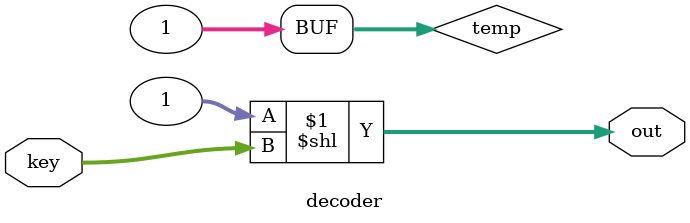
<source format=sv>
module decoder(input logic [4:0] key, output logic [31:0] out);

logic [31:0] temp = 1;
assign out = temp << key;

endmodule  

</source>
